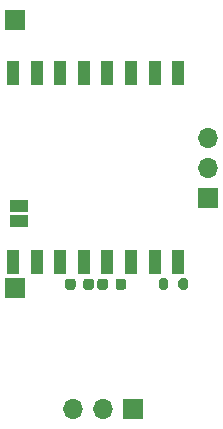
<source format=gbr>
%TF.GenerationSoftware,KiCad,Pcbnew,5.1.9*%
%TF.CreationDate,2021-03-27T13:30:24+01:00*%
%TF.ProjectId,picoballoon,7069636f-6261-46c6-9c6f-6f6e2e6b6963,0.1*%
%TF.SameCoordinates,Original*%
%TF.FileFunction,Soldermask,Bot*%
%TF.FilePolarity,Negative*%
%FSLAX46Y46*%
G04 Gerber Fmt 4.6, Leading zero omitted, Abs format (unit mm)*
G04 Created by KiCad (PCBNEW 5.1.9) date 2021-03-27 13:30:24*
%MOMM*%
%LPD*%
G01*
G04 APERTURE LIST*
%ADD10R,1.500000X1.000000*%
%ADD11O,1.700000X1.700000*%
%ADD12R,1.700000X1.700000*%
%ADD13R,1.000000X2.000000*%
G04 APERTURE END LIST*
D10*
%TO.C,JP1*%
X121400000Y-75680000D03*
X121400000Y-76980000D03*
%TD*%
D11*
%TO.C,J5*%
X137380000Y-69940000D03*
X137380000Y-72480000D03*
D12*
X137380000Y-75020000D03*
%TD*%
%TO.C,J2*%
X121100000Y-82600000D03*
%TD*%
%TO.C,C11*%
G36*
G01*
X128030000Y-82570000D02*
X128030000Y-82070000D01*
G75*
G02*
X128255000Y-81845000I225000J0D01*
G01*
X128705000Y-81845000D01*
G75*
G02*
X128930000Y-82070000I0J-225000D01*
G01*
X128930000Y-82570000D01*
G75*
G02*
X128705000Y-82795000I-225000J0D01*
G01*
X128255000Y-82795000D01*
G75*
G02*
X128030000Y-82570000I0J225000D01*
G01*
G37*
G36*
G01*
X129580000Y-82570000D02*
X129580000Y-82070000D01*
G75*
G02*
X129805000Y-81845000I225000J0D01*
G01*
X130255000Y-81845000D01*
G75*
G02*
X130480000Y-82070000I0J-225000D01*
G01*
X130480000Y-82570000D01*
G75*
G02*
X130255000Y-82795000I-225000J0D01*
G01*
X129805000Y-82795000D01*
G75*
G02*
X129580000Y-82570000I0J225000D01*
G01*
G37*
%TD*%
%TO.C,C12*%
G36*
G01*
X126205000Y-82060000D02*
X126205000Y-82560000D01*
G75*
G02*
X125980000Y-82785000I-225000J0D01*
G01*
X125530000Y-82785000D01*
G75*
G02*
X125305000Y-82560000I0J225000D01*
G01*
X125305000Y-82060000D01*
G75*
G02*
X125530000Y-81835000I225000J0D01*
G01*
X125980000Y-81835000D01*
G75*
G02*
X126205000Y-82060000I0J-225000D01*
G01*
G37*
G36*
G01*
X127755000Y-82060000D02*
X127755000Y-82560000D01*
G75*
G02*
X127530000Y-82785000I-225000J0D01*
G01*
X127080000Y-82785000D01*
G75*
G02*
X126855000Y-82560000I0J225000D01*
G01*
X126855000Y-82060000D01*
G75*
G02*
X127080000Y-81835000I225000J0D01*
G01*
X127530000Y-81835000D01*
G75*
G02*
X127755000Y-82060000I0J-225000D01*
G01*
G37*
%TD*%
%TO.C,J1*%
X121100000Y-59950000D03*
%TD*%
%TO.C,J3*%
X131020000Y-92860000D03*
D11*
X128480000Y-92860000D03*
X125940000Y-92860000D03*
%TD*%
%TO.C,R9*%
G36*
G01*
X134060000Y-82015000D02*
X134060000Y-82565000D01*
G75*
G02*
X133860000Y-82765000I-200000J0D01*
G01*
X133460000Y-82765000D01*
G75*
G02*
X133260000Y-82565000I0J200000D01*
G01*
X133260000Y-82015000D01*
G75*
G02*
X133460000Y-81815000I200000J0D01*
G01*
X133860000Y-81815000D01*
G75*
G02*
X134060000Y-82015000I0J-200000D01*
G01*
G37*
G36*
G01*
X135710000Y-82015000D02*
X135710000Y-82565000D01*
G75*
G02*
X135510000Y-82765000I-200000J0D01*
G01*
X135110000Y-82765000D01*
G75*
G02*
X134910000Y-82565000I0J200000D01*
G01*
X134910000Y-82015000D01*
G75*
G02*
X135110000Y-81815000I200000J0D01*
G01*
X135510000Y-81815000D01*
G75*
G02*
X135710000Y-82015000I0J-200000D01*
G01*
G37*
%TD*%
D13*
%TO.C,U6*%
X120900000Y-80475000D03*
X122900000Y-80475000D03*
X124900000Y-80475000D03*
X126900000Y-80475000D03*
X128900000Y-80475000D03*
X130900000Y-80475000D03*
X132900000Y-80475000D03*
X134900000Y-80475000D03*
X134900000Y-64475000D03*
X132900000Y-64475000D03*
X130900000Y-64475000D03*
X128900000Y-64475000D03*
X126900000Y-64475000D03*
X124900000Y-64475000D03*
X122900000Y-64475000D03*
X120900000Y-64475000D03*
%TD*%
M02*

</source>
